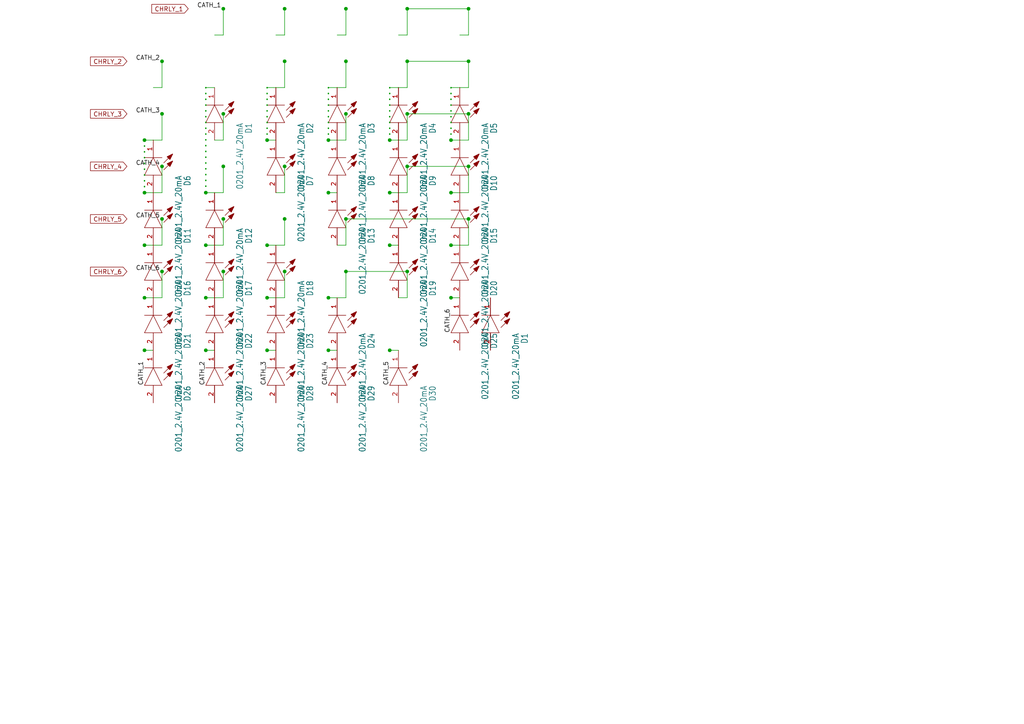
<source format=kicad_sch>
(kicad_sch (version 20231120) (generator "eeschema") (generator_version "8.0")
  (paper "A4")
  (lib_symbols
    (symbol "pre_schematic_v2-eagle-import:APG0603PBC-TT-5MAV"
      (property "Reference" "LED" (at 10.1904 8.9165 0))
      (symbol "APG0603PBC-TT-5MAV_1_0"
        (polyline (pts (xy 5.08 0) (xy 10.16 2.54)) (stroke (width 0.1524)))
        (polyline (pts (xy 5.08 2.54) (xy 5.08 -2.54)) (stroke (width 0.1524)))
        (polyline (pts (xy 6.604 3.048) (xy 4.064 5.588)) (stroke (width 0.1524)))
        (polyline (pts (xy 8.636 3.048) (xy 6.096 5.588)) (stroke (width 0.1524)))
        (polyline (pts (xy 10.16 -2.54) (xy 5.08 0)) (stroke (width 0.1524)))
        (polyline (pts (xy 10.16 -2.54) (xy 10.16 2.54)) (stroke (width 0.1524)))
        (polyline (pts (xy 4.064 5.5879) (xy 4.826 4.064) (xy 5.588 4.826) (xy 4.064 5.588)) (stroke (width 0.254)) (fill (type outline)))
        (polyline (pts (xy 6.096 5.5879) (xy 6.858 4.064) (xy 7.62 4.826) (xy 6.096 5.588)) (stroke (width 0.254)) (fill (type outline)))
        (pin input line (at 0 0 0) (length 5.08) (name "K") (number "1"))
        (pin input line (at 15.24 0 180) (length 5.08) (name "A") (number "2"))
      )
    )
  )
  (symbol (lib_id "pre_schematic_v2-eagle-import:APG0603PBC-TT-5MAV") (at 142.24 86.36 270) (unit 1)
    (property "Reference" "D1" (at 151.1565 96.5504 0) (effects (font (size 1.7833 1.5158)) (justify left bottom)))
    (property "Value" "0201_2.4V_20mA" (at 148.6037 96.542 0) (effects (font (size 1.7818 1.5145)) (justify left bottom)))
    (property "Footprint" "pre_schematic_v2:0.65X0.35X0.2MM(0201)SMDCHIPLE" (effects (hide yes)))
  )
  (symbol (lib_id "pre_schematic_v2-eagle-import:APG0603PBC-TT-5MAV") (at 62.23 25.4 270) (unit 1)
    (property "Reference" "D1" (at 71.1465 35.5904 0) (effects (font (size 1.7833 1.5158)) (justify left bottom)))
    (property "Value" "0201_2.4V_20mA" (at 68.5937 35.582 0) (effects (font (size 1.7818 1.5145)) (justify left bottom)))
    (property "Footprint" "pre_schematic_v2:0.65X0.35X0.2MM(0201)SMDCHIPLE" (effects (hide yes)))
  )
  (symbol (lib_id "pre_schematic_v2-eagle-import:APG0603PBC-TT-5MAV") (at 80.01 25.4 270) (unit 1)
    (property "Reference" "D2" (at 88.9265 35.5904 0) (effects (font (size 1.7833 1.5158)) (justify left bottom)))
    (property "Value" "0201_2.4V_20mA" (at 86.3737 35.582 0) (effects (font (size 1.7818 1.5145)) (justify left bottom)))
    (property "Footprint" "pre_schematic_v2:0.65X0.35X0.2MM(0201)SMDCHIPLE" (effects (hide yes)))
  )
  (symbol (lib_id "pre_schematic_v2-eagle-import:APG0603PBC-TT-5MAV") (at 97.79 25.4 270) (unit 1)
    (property "Reference" "D3" (at 106.7065 35.5904 0) (effects (font (size 1.7833 1.5158)) (justify left bottom)))
    (property "Value" "0201_2.4V_20mA" (at 104.1537 35.582 0) (effects (font (size 1.7818 1.5145)) (justify left bottom)))
    (property "Footprint" "pre_schematic_v2:0.65X0.35X0.2MM(0201)SMDCHIPLE" (effects (hide yes)))
  )
  (symbol (lib_id "pre_schematic_v2-eagle-import:APG0603PBC-TT-5MAV") (at 115.57 25.4 270) (unit 1)
    (property "Reference" "D4" (at 124.4865 35.5904 0) (effects (font (size 1.7833 1.5158)) (justify left bottom)))
    (property "Value" "0201_2.4V_20mA" (at 121.9337 35.582 0) (effects (font (size 1.7818 1.5145)) (justify left bottom)))
    (property "Footprint" "pre_schematic_v2:0.65X0.35X0.2MM(0201)SMDCHIPLE" (effects (hide yes)))
  )
  (symbol (lib_id "pre_schematic_v2-eagle-import:APG0603PBC-TT-5MAV") (at 133.35 25.4 270) (unit 1)
    (property "Reference" "D5" (at 142.2665 35.5904 0) (effects (font (size 1.7833 1.5158)) (justify left bottom)))
    (property "Value" "0201_2.4V_20mA" (at 139.7137 35.582 0) (effects (font (size 1.7818 1.5145)) (justify left bottom)))
    (property "Footprint" "pre_schematic_v2:0.65X0.35X0.2MM(0201)SMDCHIPLE" (effects (hide yes)))
  )
  (symbol (lib_id "pre_schematic_v2-eagle-import:APG0603PBC-TT-5MAV") (at 44.45 40.64 270) (unit 1)
    (property "Reference" "D6" (at 53.3665 50.8304 0) (effects (font (size 1.7833 1.5158)) (justify left bottom)))
    (property "Value" "0201_2.4V_20mA" (at 50.8137 50.822 0) (effects (font (size 1.7818 1.5145)) (justify left bottom)))
    (property "Footprint" "pre_schematic_v2:0.65X0.35X0.2MM(0201)SMDCHIPLE" (effects (hide yes)))
  )
  (symbol (lib_id "pre_schematic_v2-eagle-import:APG0603PBC-TT-5MAV") (at 80.01 40.64 270) (unit 1)
    (property "Reference" "D7" (at 88.9265 50.8304 0) (effects (font (size 1.7833 1.5158)) (justify left bottom)))
    (property "Value" "0201_2.4V_20mA" (at 86.3737 50.822 0) (effects (font (size 1.7818 1.5145)) (justify left bottom)))
    (property "Footprint" "pre_schematic_v2:0.65X0.35X0.2MM(0201)SMDCHIPLE" (effects (hide yes)))
  )
  (symbol (lib_id "pre_schematic_v2-eagle-import:APG0603PBC-TT-5MAV") (at 97.79 40.64 270) (unit 1)
    (property "Reference" "D8" (at 106.7065 50.8304 0) (effects (font (size 1.7833 1.5158)) (justify left bottom)))
    (property "Value" "0201_2.4V_20mA" (at 104.1537 50.822 0) (effects (font (size 1.7818 1.5145)) (justify left bottom)))
    (property "Footprint" "pre_schematic_v2:0.65X0.35X0.2MM(0201)SMDCHIPLE" (effects (hide yes)))
  )
  (symbol (lib_id "pre_schematic_v2-eagle-import:APG0603PBC-TT-5MAV") (at 115.57 40.64 270) (unit 1)
    (property "Reference" "D9" (at 124.4865 50.8304 0) (effects (font (size 1.7833 1.5158)) (justify left bottom)))
    (property "Value" "0201_2.4V_20mA" (at 121.9337 50.822 0) (effects (font (size 1.7818 1.5145)) (justify left bottom)))
    (property "Footprint" "pre_schematic_v2:0.65X0.35X0.2MM(0201)SMDCHIPLE" (effects (hide yes)))
  )
  (symbol (lib_id "pre_schematic_v2-eagle-import:APG0603PBC-TT-5MAV") (at 133.35 40.64 270) (unit 1)
    (property "Reference" "D10" (at 142.2665 50.8304 0) (effects (font (size 1.7833 1.5158)) (justify left bottom)))
    (property "Value" "0201_2.4V_20mA" (at 139.7137 50.822 0) (effects (font (size 1.7818 1.5145)) (justify left bottom)))
    (property "Footprint" "pre_schematic_v2:0.65X0.35X0.2MM(0201)SMDCHIPLE" (effects (hide yes)))
  )
  (symbol (lib_id "pre_schematic_v2-eagle-import:APG0603PBC-TT-5MAV") (at 44.45 55.88 270) (unit 1)
    (property "Reference" "D11" (at 53.3665 66.0704 0) (effects (font (size 1.7833 1.5158)) (justify left bottom)))
    (property "Value" "0201_2.4V_20mA" (at 50.8137 66.062 0) (effects (font (size 1.7818 1.5145)) (justify left bottom)))
    (property "Footprint" "pre_schematic_v2:0.65X0.35X0.2MM(0201)SMDCHIPLE" (effects (hide yes)))
  )
  (symbol (lib_id "pre_schematic_v2-eagle-import:APG0603PBC-TT-5MAV") (at 62.23 55.88 270) (unit 1)
    (property "Reference" "D12" (at 71.1465 66.0704 0) (effects (font (size 1.7833 1.5158)) (justify left bottom)))
    (property "Value" "0201_2.4V_20mA" (at 68.5937 66.062 0) (effects (font (size 1.7818 1.5145)) (justify left bottom)))
    (property "Footprint" "pre_schematic_v2:0.65X0.35X0.2MM(0201)SMDCHIPLE" (effects (hide yes)))
  )
  (symbol (lib_id "pre_schematic_v2-eagle-import:APG0603PBC-TT-5MAV") (at 97.79 55.88 270) (unit 1)
    (property "Reference" "D13" (at 106.7065 66.0704 0) (effects (font (size 1.7833 1.5158)) (justify left bottom)))
    (property "Value" "0201_2.4V_20mA" (at 104.1537 66.062 0) (effects (font (size 1.7818 1.5145)) (justify left bottom)))
    (property "Footprint" "pre_schematic_v2:0.65X0.35X0.2MM(0201)SMDCHIPLE" (effects (hide yes)))
  )
  (symbol (lib_id "pre_schematic_v2-eagle-import:APG0603PBC-TT-5MAV") (at 115.57 55.88 270) (unit 1)
    (property "Reference" "D14" (at 124.4865 66.0704 0) (effects (font (size 1.7833 1.5158)) (justify left bottom)))
    (property "Value" "0201_2.4V_20mA" (at 121.9337 66.062 0) (effects (font (size 1.7818 1.5145)) (justify left bottom)))
    (property "Footprint" "pre_schematic_v2:0.65X0.35X0.2MM(0201)SMDCHIPLE" (effects (hide yes)))
  )
  (symbol (lib_id "pre_schematic_v2-eagle-import:APG0603PBC-TT-5MAV") (at 133.35 55.88 270) (unit 1)
    (property "Reference" "D15" (at 142.2665 66.0704 0) (effects (font (size 1.7833 1.5158)) (justify left bottom)))
    (property "Value" "0201_2.4V_20mA" (at 139.7137 66.062 0) (effects (font (size 1.7818 1.5145)) (justify left bottom)))
    (property "Footprint" "pre_schematic_v2:0.65X0.35X0.2MM(0201)SMDCHIPLE" (effects (hide yes)))
  )
  (symbol (lib_id "pre_schematic_v2-eagle-import:APG0603PBC-TT-5MAV") (at 44.45 71.12 270) (unit 1)
    (property "Reference" "D16" (at 53.3665 81.3104 0) (effects (font (size 1.7833 1.5158)) (justify left bottom)))
    (property "Value" "0201_2.4V_20mA" (at 50.8137 81.302 0) (effects (font (size 1.7818 1.5145)) (justify left bottom)))
    (property "Footprint" "pre_schematic_v2:0.65X0.35X0.2MM(0201)SMDCHIPLE" (effects (hide yes)))
  )
  (symbol (lib_id "pre_schematic_v2-eagle-import:APG0603PBC-TT-5MAV") (at 62.23 71.12 270) (unit 1)
    (property "Reference" "D17" (at 71.1465 81.3104 0) (effects (font (size 1.7833 1.5158)) (justify left bottom)))
    (property "Value" "0201_2.4V_20mA" (at 68.5937 81.302 0) (effects (font (size 1.7818 1.5145)) (justify left bottom)))
    (property "Footprint" "pre_schematic_v2:0.65X0.35X0.2MM(0201)SMDCHIPLE" (effects (hide yes)))
  )
  (symbol (lib_id "pre_schematic_v2-eagle-import:APG0603PBC-TT-5MAV") (at 80.01 71.12 270) (unit 1)
    (property "Reference" "D18" (at 88.9265 81.3104 0) (effects (font (size 1.7833 1.5158)) (justify left bottom)))
    (property "Value" "0201_2.4V_20mA" (at 86.3737 81.302 0) (effects (font (size 1.7818 1.5145)) (justify left bottom)))
    (property "Footprint" "pre_schematic_v2:0.65X0.35X0.2MM(0201)SMDCHIPLE" (effects (hide yes)))
  )
  (symbol (lib_id "pre_schematic_v2-eagle-import:APG0603PBC-TT-5MAV") (at 115.57 71.12 270) (unit 1)
    (property "Reference" "D19" (at 124.4865 81.3104 0) (effects (font (size 1.7833 1.5158)) (justify left bottom)))
    (property "Value" "0201_2.4V_20mA" (at 121.9337 81.302 0) (effects (font (size 1.7818 1.5145)) (justify left bottom)))
    (property "Footprint" "pre_schematic_v2:0.65X0.35X0.2MM(0201)SMDCHIPLE" (effects (hide yes)))
  )
  (symbol (lib_id "pre_schematic_v2-eagle-import:APG0603PBC-TT-5MAV") (at 133.35 71.12 270) (unit 1)
    (property "Reference" "D20" (at 142.2665 81.3104 0) (effects (font (size 1.7833 1.5158)) (justify left bottom)))
    (property "Value" "0201_2.4V_20mA" (at 139.7137 81.302 0) (effects (font (size 1.7818 1.5145)) (justify left bottom)))
    (property "Footprint" "pre_schematic_v2:0.65X0.35X0.2MM(0201)SMDCHIPLE" (effects (hide yes)))
  )
  (symbol (lib_id "pre_schematic_v2-eagle-import:APG0603PBC-TT-5MAV") (at 44.45 86.36 270) (unit 1)
    (property "Reference" "D21" (at 53.3665 96.5504 0) (effects (font (size 1.7833 1.5158)) (justify left bottom)))
    (property "Value" "0201_2.4V_20mA" (at 50.8137 96.542 0) (effects (font (size 1.7818 1.5145)) (justify left bottom)))
    (property "Footprint" "pre_schematic_v2:0.65X0.35X0.2MM(0201)SMDCHIPLE" (effects (hide yes)))
  )
  (symbol (lib_id "pre_schematic_v2-eagle-import:APG0603PBC-TT-5MAV") (at 62.23 86.36 270) (unit 1)
    (property "Reference" "D22" (at 71.1465 96.5504 0) (effects (font (size 1.7833 1.5158)) (justify left bottom)))
    (property "Value" "0201_2.4V_20mA" (at 68.5937 96.542 0) (effects (font (size 1.7818 1.5145)) (justify left bottom)))
    (property "Footprint" "pre_schematic_v2:0.65X0.35X0.2MM(0201)SMDCHIPLE" (effects (hide yes)))
  )
  (symbol (lib_id "pre_schematic_v2-eagle-import:APG0603PBC-TT-5MAV") (at 80.01 86.36 270) (unit 1)
    (property "Reference" "D23" (at 88.9265 96.5504 0) (effects (font (size 1.7833 1.5158)) (justify left bottom)))
    (property "Value" "0201_2.4V_20mA" (at 86.3737 96.542 0) (effects (font (size 1.7818 1.5145)) (justify left bottom)))
    (property "Footprint" "pre_schematic_v2:0.65X0.35X0.2MM(0201)SMDCHIPLE" (effects (hide yes)))
  )
  (symbol (lib_id "pre_schematic_v2-eagle-import:APG0603PBC-TT-5MAV") (at 97.79 86.36 270) (unit 1)
    (property "Reference" "D24" (at 106.7065 96.5504 0) (effects (font (size 1.7833 1.5158)) (justify left bottom)))
    (property "Value" "0201_2.4V_20mA" (at 104.1537 96.542 0) (effects (font (size 1.7818 1.5145)) (justify left bottom)))
    (property "Footprint" "pre_schematic_v2:0.65X0.35X0.2MM(0201)SMDCHIPLE" (effects (hide yes)))
  )
  (symbol (lib_id "pre_schematic_v2-eagle-import:APG0603PBC-TT-5MAV") (at 133.35 86.36 270) (unit 1)
    (property "Reference" "D25" (at 142.2665 96.5504 0) (effects (font (size 1.7833 1.5158)) (justify left bottom)))
    (property "Value" "0201_2.4V_20mA" (at 139.7137 96.542 0) (effects (font (size 1.7818 1.5145)) (justify left bottom)))
    (property "Footprint" "pre_schematic_v2:0.65X0.35X0.2MM(0201)SMDCHIPLE" (effects (hide yes)))
  )
  (symbol (lib_id "pre_schematic_v2-eagle-import:APG0603PBC-TT-5MAV") (at 44.45 101.6 270) (unit 1)
    (property "Reference" "D26" (at 53.3665 111.7904 0) (effects (font (size 1.7833 1.5158)) (justify left bottom)))
    (property "Value" "0201_2.4V_20mA" (at 50.8137 111.782 0) (effects (font (size 1.7818 1.5145)) (justify left bottom)))
    (property "Footprint" "pre_schematic_v2:0.65X0.35X0.2MM(0201)SMDCHIPLE" (effects (hide yes)))
  )
  (symbol (lib_id "pre_schematic_v2-eagle-import:APG0603PBC-TT-5MAV") (at 62.23 101.6 270) (unit 1)
    (property "Reference" "D27" (at 71.1465 111.7904 0) (effects (font (size 1.7833 1.5158)) (justify left bottom)))
    (property "Value" "0201_2.4V_20mA" (at 68.5937 111.782 0) (effects (font (size 1.7818 1.5145)) (justify left bottom)))
    (property "Footprint" "pre_schematic_v2:0.65X0.35X0.2MM(0201)SMDCHIPLE" (effects (hide yes)))
  )
  (symbol (lib_id "pre_schematic_v2-eagle-import:APG0603PBC-TT-5MAV") (at 80.01 101.6 270) (unit 1)
    (property "Reference" "D28" (at 88.9265 111.7904 0) (effects (font (size 1.7833 1.5158)) (justify left bottom)))
    (property "Value" "0201_2.4V_20mA" (at 86.3737 111.782 0) (effects (font (size 1.7818 1.5145)) (justify left bottom)))
    (property "Footprint" "pre_schematic_v2:0.65X0.35X0.2MM(0201)SMDCHIPLE" (effects (hide yes)))
  )
  (symbol (lib_id "pre_schematic_v2-eagle-import:APG0603PBC-TT-5MAV") (at 97.79 101.6 270) (unit 1)
    (property "Reference" "D29" (at 106.7065 111.7904 0) (effects (font (size 1.7833 1.5158)) (justify left bottom)))
    (property "Value" "0201_2.4V_20mA" (at 104.1537 111.782 0) (effects (font (size 1.7818 1.5145)) (justify left bottom)))
    (property "Footprint" "pre_schematic_v2:0.65X0.35X0.2MM(0201)SMDCHIPLE" (effects (hide yes)))
  )
  (symbol (lib_id "pre_schematic_v2-eagle-import:APG0603PBC-TT-5MAV") (at 115.57 101.6 270) (unit 1)
    (property "Reference" "D30" (at 124.4865 111.7904 0) (effects (font (size 1.7833 1.5158)) (justify left bottom)))
    (property "Value" "0201_2.4V_20mA" (at 121.9337 111.782 0) (effects (font (size 1.7818 1.5145)) (justify left bottom)))
    (property "Footprint" "pre_schematic_v2:0.65X0.35X0.2MM(0201)SMDCHIPLE" (effects (hide yes)))
  )
  (wire (pts (xy 62.23 25.4) (xy 59.69 25.4)))
  (wire (pts (xy 62.23 10.16) (xy 64.77 10.16)))
  (wire (pts (xy 64.77 10.16) (xy 64.77 2.54)))
  (wire (pts (xy 80.01 25.4) (xy 77.47 25.4)))
  (wire (pts (xy 80.01 10.16) (xy 82.55 10.16)))
  (wire (pts (xy 82.55 10.16) (xy 82.55 2.54)))
  (wire (pts (xy 97.79 25.4) (xy 95.25 25.4)))
  (wire (pts (xy 97.79 10.16) (xy 100.33 10.16)))
  (wire (pts (xy 100.33 10.16) (xy 100.33 2.54)))
  (wire (pts (xy 115.57 25.4) (xy 113.03 25.4)))
  (wire (pts (xy 115.57 10.16) (xy 118.11 10.16)))
  (wire (pts (xy 118.11 10.16) (xy 118.11 2.54)))
  (wire (pts (xy 133.35 25.4) (xy 130.81 25.4)))
  (wire (pts (xy 133.35 10.16) (xy 135.89 10.16)))
  (wire (pts (xy 135.89 10.16) (xy 135.89 2.54)))
  (wire (pts (xy 44.45 40.64) (xy 41.91 40.64)))
  (wire (pts (xy 44.45 25.4) (xy 46.99 25.4)))
  (wire (pts (xy 46.99 25.4) (xy 46.99 17.78)))
  (wire (pts (xy 80.01 40.64) (xy 77.47 40.64)))
  (wire (pts (xy 80.01 25.4) (xy 82.55 25.4)))
  (wire (pts (xy 82.55 25.4) (xy 82.55 17.78)))
  (wire (pts (xy 97.79 40.64) (xy 95.25 40.64)))
  (wire (pts (xy 97.79 25.4) (xy 100.33 25.4)))
  (wire (pts (xy 100.33 25.4) (xy 100.33 17.78)))
  (wire (pts (xy 115.57 40.64) (xy 113.03 40.64)))
  (wire (pts (xy 115.57 25.4) (xy 118.11 25.4)))
  (wire (pts (xy 118.11 25.4) (xy 118.11 17.78)))
  (wire (pts (xy 133.35 40.64) (xy 130.81 40.64)))
  (wire (pts (xy 133.35 25.4) (xy 135.89 25.4)))
  (wire (pts (xy 135.89 25.4) (xy 135.89 17.78)))
  (wire (pts (xy 44.45 55.88) (xy 41.91 55.88)))
  (wire (pts (xy 44.45 40.64) (xy 46.99 40.64)))
  (wire (pts (xy 46.99 40.64) (xy 46.99 33.02)))
  (wire (pts (xy 62.23 55.88) (xy 59.69 55.88)))
  (wire (pts (xy 62.23 40.64) (xy 64.77 40.64)))
  (wire (pts (xy 64.77 40.64) (xy 64.77 33.02)))
  (wire (pts (xy 97.79 55.88) (xy 95.25 55.88)))
  (wire (pts (xy 97.79 40.64) (xy 100.33 40.64)))
  (wire (pts (xy 100.33 40.64) (xy 100.33 33.02)))
  (wire (pts (xy 115.57 55.88) (xy 113.03 55.88)))
  (wire (pts (xy 115.57 40.64) (xy 118.11 40.64)))
  (wire (pts (xy 118.11 40.64) (xy 118.11 33.02)))
  (wire (pts (xy 133.35 55.88) (xy 130.81 55.88)))
  (wire (pts (xy 133.35 40.64) (xy 135.89 40.64)))
  (wire (pts (xy 135.89 40.64) (xy 135.89 33.02)))
  (wire (pts (xy 44.45 71.12) (xy 41.91 71.12)))
  (wire (pts (xy 44.45 55.88) (xy 46.99 55.88)))
  (wire (pts (xy 46.99 55.88) (xy 46.99 48.26)))
  (wire (pts (xy 62.23 71.12) (xy 59.69 71.12)))
  (wire (pts (xy 62.23 55.88) (xy 64.77 55.88)))
  (wire (pts (xy 64.77 55.88) (xy 64.77 48.26)))
  (wire (pts (xy 80.01 71.12) (xy 77.47 71.12)))
  (wire (pts (xy 80.01 55.88) (xy 82.55 55.88)))
  (wire (pts (xy 82.55 55.88) (xy 82.55 48.26)))
  (wire (pts (xy 115.57 71.12) (xy 113.03 71.12)))
  (wire (pts (xy 115.57 55.88) (xy 118.11 55.88)))
  (wire (pts (xy 118.11 55.88) (xy 118.11 48.26)))
  (wire (pts (xy 133.35 71.12) (xy 130.81 71.12)))
  (wire (pts (xy 133.35 55.88) (xy 135.89 55.88)))
  (wire (pts (xy 135.89 55.88) (xy 135.89 48.26)))
  (wire (pts (xy 44.45 86.36) (xy 41.91 86.36)))
  (wire (pts (xy 44.45 71.12) (xy 46.99 71.12)))
  (wire (pts (xy 46.99 71.12) (xy 46.99 63.5)))
  (wire (pts (xy 62.23 86.36) (xy 59.69 86.36)))
  (wire (pts (xy 62.23 71.12) (xy 64.77 71.12)))
  (wire (pts (xy 64.77 71.12) (xy 64.77 63.5)))
  (wire (pts (xy 80.01 86.36) (xy 77.47 86.36)))
  (wire (pts (xy 80.01 71.12) (xy 82.55 71.12)))
  (wire (pts (xy 82.55 71.12) (xy 82.55 63.5)))
  (wire (pts (xy 97.79 86.36) (xy 95.25 86.36)))
  (wire (pts (xy 97.79 71.12) (xy 100.33 71.12)))
  (wire (pts (xy 100.33 71.12) (xy 100.33 63.5)))
  (wire (pts (xy 133.35 86.36) (xy 130.81 86.36)))
  (wire (pts (xy 133.35 71.12) (xy 135.89 71.12)))
  (wire (pts (xy 135.89 71.12) (xy 135.89 63.5)))
  (wire (pts (xy 44.45 101.6) (xy 41.91 101.6)))
  (wire (pts (xy 44.45 86.36) (xy 46.99 86.36)))
  (wire (pts (xy 46.99 86.36) (xy 46.99 78.74)))
  (wire (pts (xy 62.23 101.6) (xy 59.69 101.6)))
  (wire (pts (xy 62.23 86.36) (xy 64.77 86.36)))
  (wire (pts (xy 64.77 86.36) (xy 64.77 78.74)))
  (wire (pts (xy 80.01 101.6) (xy 77.47 101.6)))
  (wire (pts (xy 80.01 86.36) (xy 82.55 86.36)))
  (wire (pts (xy 82.55 86.36) (xy 82.55 78.74)))
  (wire (pts (xy 97.79 101.6) (xy 95.25 101.6)))
  (wire (pts (xy 97.79 86.36) (xy 100.33 86.36)))
  (wire (pts (xy 100.33 86.36) (xy 100.33 78.74)))
  (wire (pts (xy 115.57 101.6) (xy 113.03 101.6)))
  (wire (pts (xy 115.57 86.36) (xy 118.11 86.36)))
  (wire (pts (xy 118.11 86.36) (xy 118.11 78.74)))
  (wire (pts (xy 135.89 2.54) (xy 54.61 2.54)))
  (junction (at 64.77 2.54))
  (junction (at 82.55 2.54))
  (junction (at 100.33 2.54))
  (junction (at 118.11 2.54))
  (junction (at 135.89 2.54))
  (global_label "CHRLY_1" (shape input) (at 54.61 2.54 180) (property "Intersheetrefs" "${INTERSHEET_REFS}" (effects hide)))
  (wire (pts (xy 135.89 17.78) (xy 36.83 17.78)))
  (junction (at 46.99 17.78))
  (junction (at 82.55 17.78))
  (junction (at 100.33 17.78))
  (junction (at 118.11 17.78))
  (junction (at 135.89 17.78))
  (global_label "CHRLY_2" (shape input) (at 36.83 17.78 180) (property "Intersheetrefs" "${INTERSHEET_REFS}" (effects hide)))
  (wire (pts (xy 135.89 33.02) (xy 36.83 33.02)))
  (junction (at 46.99 33.02))
  (junction (at 64.77 33.02))
  (junction (at 100.33 33.02))
  (junction (at 118.11 33.02))
  (junction (at 135.89 33.02))
  (global_label "CHRLY_3" (shape input) (at 36.83 33.02 180) (property "Intersheetrefs" "${INTERSHEET_REFS}" (effects hide)))
  (wire (pts (xy 135.89 48.26) (xy 36.83 48.26)))
  (junction (at 46.99 48.26))
  (junction (at 64.77 48.26))
  (junction (at 82.55 48.26))
  (junction (at 118.11 48.26))
  (junction (at 135.89 48.26))
  (global_label "CHRLY_4" (shape input) (at 36.83 48.26 180) (property "Intersheetrefs" "${INTERSHEET_REFS}" (effects hide)))
  (wire (pts (xy 135.89 63.5) (xy 36.83 63.5)))
  (junction (at 46.99 63.5))
  (junction (at 64.77 63.5))
  (junction (at 82.55 63.5))
  (junction (at 100.33 63.5))
  (junction (at 135.89 63.5))
  (global_label "CHRLY_5" (shape input) (at 36.83 63.5 180) (property "Intersheetrefs" "${INTERSHEET_REFS}" (effects hide)))
  (wire (pts (xy 118.11 78.74) (xy 36.83 78.74)))
  (junction (at 46.99 78.74))
  (junction (at 64.77 78.74))
  (junction (at 82.55 78.74))
  (junction (at 100.33 78.74))
  (junction (at 118.11 78.74))
  (global_label "CHRLY_6" (shape input) (at 36.83 78.74 180) (property "Intersheetrefs" "${INTERSHEET_REFS}" (effects hide)))
  (wire (pts (xy 41.91 40.64) (xy 41.91 111.76)) (stroke (width 0.4) (type dot)))
  (junction (at 41.91 40.64))
  (junction (at 41.91 55.88))
  (junction (at 41.91 71.12))
  (junction (at 41.91 86.36))
  (junction (at 41.91 101.6))
  (wire (pts (xy 59.69 25.4) (xy 59.69 111.76)) (stroke (width 0.4) (type dot)))
  (junction (at 59.69 55.88))
  (junction (at 59.69 71.12))
  (junction (at 59.69 86.36))
  (junction (at 59.69 101.6))
  (wire (pts (xy 77.47 25.4) (xy 77.47 111.76)) (stroke (width 0.4) (type dot)))
  (junction (at 77.47 40.64))
  (junction (at 77.47 71.12))
  (junction (at 77.47 86.36))
  (junction (at 77.47 101.6))
  (wire (pts (xy 95.25 25.4) (xy 95.25 111.76)) (stroke (width 0.4) (type dot)))
  (junction (at 95.25 40.64))
  (junction (at 95.25 55.88))
  (junction (at 95.25 86.36))
  (junction (at 95.25 101.6))
  (wire (pts (xy 113.03 25.4) (xy 113.03 111.76)) (stroke (width 0.4) (type dot)))
  (junction (at 113.03 40.64))
  (junction (at 113.03 55.88))
  (junction (at 113.03 71.12))
  (junction (at 113.03 101.6))
  (wire (pts (xy 130.81 25.4) (xy 130.81 96.52)) (stroke (width 0.4) (type dot)))
  (junction (at 130.81 40.64))
  (junction (at 130.81 55.88))
  (junction (at 130.81 71.12))
  (junction (at 130.81 86.36))
  (label "CATH_1" (at 41.91 111.76 90))
  (label "CATH_2" (at 59.69 111.76 90))
  (label "CATH_3" (at 77.47 111.76 90))
  (label "CATH_4" (at 95.25 111.76 90))
  (label "CATH_5" (at 113.03 111.76 90))
  (label "CATH_6" (at 130.81 96.52 90))
  (label "CATH_1" (at 57.15 2.54 0))
  (label "CATH_2" (at 39.37 17.78 0))
  (label "CATH_3" (at 39.37 33.02 0))
  (label "CATH_4" (at 39.37 48.26 0))
  (label "CATH_5" (at 39.37 63.5 0))
  (label "CATH_6" (at 39.37 78.74 0))
)
</source>
